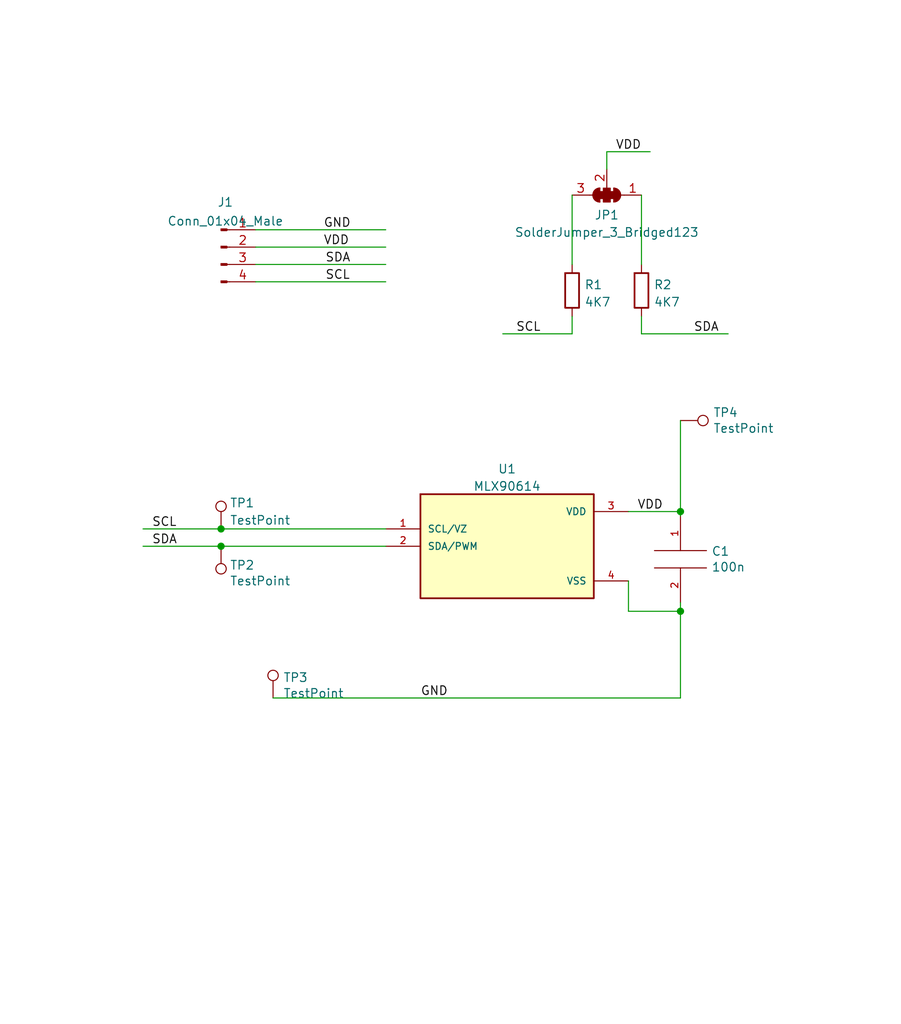
<source format=kicad_sch>
(kicad_sch (version 20211123) (generator eeschema)

  (uuid f144a97d-c3f0-423f-b0a9-3f7dbc42478b)

  (paper "User" 132.004 150.012)

  (title_block
    (title "mlx90614-breakout")
    (date "2023-01-13")
    (rev "1.2")
    (company "Melexis Inc")
  )

  (lib_symbols
    (symbol "90632_speculum_flex-rescue:C-pspice" (pin_names (offset 0.254)) (in_bom yes) (on_board yes)
      (property "Reference" "C" (id 0) (at 2.54 3.81 90)
        (effects (font (size 1.27 1.27)))
      )
      (property "Value" "C-pspice" (id 1) (at 2.54 -3.81 90)
        (effects (font (size 1.27 1.27)))
      )
      (property "Footprint" "" (id 2) (at 0 0 0)
        (effects (font (size 1.27 1.27)) hide)
      )
      (property "Datasheet" "" (id 3) (at 0 0 0)
        (effects (font (size 1.27 1.27)) hide)
      )
      (symbol "C-pspice_0_1"
        (polyline
          (pts
            (xy -3.81 -1.27)
            (xy 3.81 -1.27)
          )
          (stroke (width 0) (type default) (color 0 0 0 0))
          (fill (type none))
        )
        (polyline
          (pts
            (xy -3.81 1.27)
            (xy 3.81 1.27)
          )
          (stroke (width 0) (type default) (color 0 0 0 0))
          (fill (type none))
        )
      )
      (symbol "C-pspice_1_1"
        (pin passive line (at 0 6.35 270) (length 5.08)
          (name "~" (effects (font (size 1.016 1.016))))
          (number "1" (effects (font (size 1.016 1.016))))
        )
        (pin passive line (at 0 -6.35 90) (length 5.08)
          (name "~" (effects (font (size 1.016 1.016))))
          (number "2" (effects (font (size 1.016 1.016))))
        )
      )
    )
    (symbol "90632_speculum_flex-rescue:TestPoint-Connector" (pin_numbers hide) (pin_names (offset 0.762) hide) (in_bom yes) (on_board yes)
      (property "Reference" "TP" (id 0) (at 0 6.858 0)
        (effects (font (size 1.27 1.27)))
      )
      (property "Value" "TestPoint-Connector" (id 1) (at 0 5.08 0)
        (effects (font (size 1.27 1.27)))
      )
      (property "Footprint" "" (id 2) (at 5.08 0 0)
        (effects (font (size 1.27 1.27)) hide)
      )
      (property "Datasheet" "" (id 3) (at 5.08 0 0)
        (effects (font (size 1.27 1.27)) hide)
      )
      (property "ki_fp_filters" "Pin* Test*" (id 4) (at 0 0 0)
        (effects (font (size 1.27 1.27)) hide)
      )
      (symbol "TestPoint-Connector_0_1"
        (circle (center 0 3.302) (radius 0.762)
          (stroke (width 0) (type default) (color 0 0 0 0))
          (fill (type none))
        )
      )
      (symbol "TestPoint-Connector_1_1"
        (pin passive line (at 0 0 90) (length 2.54)
          (name "1" (effects (font (size 1.27 1.27))))
          (number "1" (effects (font (size 1.27 1.27))))
        )
      )
    )
    (symbol "Connector:Conn_01x04_Male" (pin_names (offset 1.016) hide) (in_bom yes) (on_board yes)
      (property "Reference" "J" (id 0) (at 0 5.08 0)
        (effects (font (size 1.27 1.27)))
      )
      (property "Value" "Conn_01x04_Male" (id 1) (at 0 -7.62 0)
        (effects (font (size 1.27 1.27)))
      )
      (property "Footprint" "" (id 2) (at 0 0 0)
        (effects (font (size 1.27 1.27)) hide)
      )
      (property "Datasheet" "~" (id 3) (at 0 0 0)
        (effects (font (size 1.27 1.27)) hide)
      )
      (property "ki_keywords" "connector" (id 4) (at 0 0 0)
        (effects (font (size 1.27 1.27)) hide)
      )
      (property "ki_description" "Generic connector, single row, 01x04, script generated (kicad-library-utils/schlib/autogen/connector/)" (id 5) (at 0 0 0)
        (effects (font (size 1.27 1.27)) hide)
      )
      (property "ki_fp_filters" "Connector*:*_1x??_*" (id 6) (at 0 0 0)
        (effects (font (size 1.27 1.27)) hide)
      )
      (symbol "Conn_01x04_Male_1_1"
        (polyline
          (pts
            (xy 1.27 -5.08)
            (xy 0.8636 -5.08)
          )
          (stroke (width 0.1524) (type default) (color 0 0 0 0))
          (fill (type none))
        )
        (polyline
          (pts
            (xy 1.27 -2.54)
            (xy 0.8636 -2.54)
          )
          (stroke (width 0.1524) (type default) (color 0 0 0 0))
          (fill (type none))
        )
        (polyline
          (pts
            (xy 1.27 0)
            (xy 0.8636 0)
          )
          (stroke (width 0.1524) (type default) (color 0 0 0 0))
          (fill (type none))
        )
        (polyline
          (pts
            (xy 1.27 2.54)
            (xy 0.8636 2.54)
          )
          (stroke (width 0.1524) (type default) (color 0 0 0 0))
          (fill (type none))
        )
        (rectangle (start 0.8636 -4.953) (end 0 -5.207)
          (stroke (width 0.1524) (type default) (color 0 0 0 0))
          (fill (type outline))
        )
        (rectangle (start 0.8636 -2.413) (end 0 -2.667)
          (stroke (width 0.1524) (type default) (color 0 0 0 0))
          (fill (type outline))
        )
        (rectangle (start 0.8636 0.127) (end 0 -0.127)
          (stroke (width 0.1524) (type default) (color 0 0 0 0))
          (fill (type outline))
        )
        (rectangle (start 0.8636 2.667) (end 0 2.413)
          (stroke (width 0.1524) (type default) (color 0 0 0 0))
          (fill (type outline))
        )
        (pin passive line (at 5.08 2.54 180) (length 3.81)
          (name "Pin_1" (effects (font (size 1.27 1.27))))
          (number "1" (effects (font (size 1.27 1.27))))
        )
        (pin passive line (at 5.08 0 180) (length 3.81)
          (name "Pin_2" (effects (font (size 1.27 1.27))))
          (number "2" (effects (font (size 1.27 1.27))))
        )
        (pin passive line (at 5.08 -2.54 180) (length 3.81)
          (name "Pin_3" (effects (font (size 1.27 1.27))))
          (number "3" (effects (font (size 1.27 1.27))))
        )
        (pin passive line (at 5.08 -5.08 180) (length 3.81)
          (name "Pin_4" (effects (font (size 1.27 1.27))))
          (number "4" (effects (font (size 1.27 1.27))))
        )
      )
    )
    (symbol "Device:R" (pin_numbers hide) (pin_names (offset 0)) (in_bom yes) (on_board yes)
      (property "Reference" "R" (id 0) (at 2.032 0 90)
        (effects (font (size 1.27 1.27)))
      )
      (property "Value" "R" (id 1) (at 0 0 90)
        (effects (font (size 1.27 1.27)))
      )
      (property "Footprint" "" (id 2) (at -1.778 0 90)
        (effects (font (size 1.27 1.27)) hide)
      )
      (property "Datasheet" "~" (id 3) (at 0 0 0)
        (effects (font (size 1.27 1.27)) hide)
      )
      (property "ki_keywords" "R res resistor" (id 4) (at 0 0 0)
        (effects (font (size 1.27 1.27)) hide)
      )
      (property "ki_description" "Resistor" (id 5) (at 0 0 0)
        (effects (font (size 1.27 1.27)) hide)
      )
      (property "ki_fp_filters" "R_*" (id 6) (at 0 0 0)
        (effects (font (size 1.27 1.27)) hide)
      )
      (symbol "R_0_1"
        (rectangle (start -1.016 -2.54) (end 1.016 2.54)
          (stroke (width 0.254) (type default) (color 0 0 0 0))
          (fill (type none))
        )
      )
      (symbol "R_1_1"
        (pin passive line (at 0 3.81 270) (length 1.27)
          (name "~" (effects (font (size 1.27 1.27))))
          (number "1" (effects (font (size 1.27 1.27))))
        )
        (pin passive line (at 0 -3.81 90) (length 1.27)
          (name "~" (effects (font (size 1.27 1.27))))
          (number "2" (effects (font (size 1.27 1.27))))
        )
      )
    )
    (symbol "Jumper:SolderJumper_3_Bridged123" (pin_names (offset 0) hide) (in_bom yes) (on_board yes)
      (property "Reference" "JP" (id 0) (at -2.54 -2.54 0)
        (effects (font (size 1.27 1.27)))
      )
      (property "Value" "SolderJumper_3_Bridged123" (id 1) (at 0 2.794 0)
        (effects (font (size 1.27 1.27)))
      )
      (property "Footprint" "" (id 2) (at 0 0 0)
        (effects (font (size 1.27 1.27)) hide)
      )
      (property "Datasheet" "~" (id 3) (at 0 0 0)
        (effects (font (size 1.27 1.27)) hide)
      )
      (property "ki_keywords" "Solder Jumper SPDT" (id 4) (at 0 0 0)
        (effects (font (size 1.27 1.27)) hide)
      )
      (property "ki_description" "Solder Jumper, 3-pole, pins 1+2+3 closed/bridged" (id 5) (at 0 0 0)
        (effects (font (size 1.27 1.27)) hide)
      )
      (property "ki_fp_filters" "SolderJumper*Bridged123*" (id 6) (at 0 0 0)
        (effects (font (size 1.27 1.27)) hide)
      )
      (symbol "SolderJumper_3_Bridged123_0_1"
        (rectangle (start -1.016 0.508) (end -0.508 -0.508)
          (stroke (width 0) (type default) (color 0 0 0 0))
          (fill (type outline))
        )
        (arc (start -1.016 1.016) (mid -2.032 0) (end -1.016 -1.016)
          (stroke (width 0) (type default) (color 0 0 0 0))
          (fill (type none))
        )
        (arc (start -1.016 1.016) (mid -2.032 0) (end -1.016 -1.016)
          (stroke (width 0) (type default) (color 0 0 0 0))
          (fill (type outline))
        )
        (rectangle (start -0.508 1.016) (end 0.508 -1.016)
          (stroke (width 0) (type default) (color 0 0 0 0))
          (fill (type outline))
        )
        (polyline
          (pts
            (xy -2.54 0)
            (xy -2.032 0)
          )
          (stroke (width 0) (type default) (color 0 0 0 0))
          (fill (type none))
        )
        (polyline
          (pts
            (xy -1.016 1.016)
            (xy -1.016 -1.016)
          )
          (stroke (width 0) (type default) (color 0 0 0 0))
          (fill (type none))
        )
        (polyline
          (pts
            (xy 0 -1.27)
            (xy 0 -1.016)
          )
          (stroke (width 0) (type default) (color 0 0 0 0))
          (fill (type none))
        )
        (polyline
          (pts
            (xy 1.016 1.016)
            (xy 1.016 -1.016)
          )
          (stroke (width 0) (type default) (color 0 0 0 0))
          (fill (type none))
        )
        (polyline
          (pts
            (xy 2.54 0)
            (xy 2.032 0)
          )
          (stroke (width 0) (type default) (color 0 0 0 0))
          (fill (type none))
        )
        (rectangle (start 0.508 0.508) (end 1.016 -0.508)
          (stroke (width 0) (type default) (color 0 0 0 0))
          (fill (type outline))
        )
        (arc (start 1.016 -1.016) (mid 2.032 0) (end 1.016 1.016)
          (stroke (width 0) (type default) (color 0 0 0 0))
          (fill (type none))
        )
        (arc (start 1.016 -1.016) (mid 2.032 0) (end 1.016 1.016)
          (stroke (width 0) (type default) (color 0 0 0 0))
          (fill (type outline))
        )
      )
      (symbol "SolderJumper_3_Bridged123_1_1"
        (pin passive line (at -5.08 0 0) (length 2.54)
          (name "A" (effects (font (size 1.27 1.27))))
          (number "1" (effects (font (size 1.27 1.27))))
        )
        (pin passive line (at 0 -3.81 90) (length 2.54)
          (name "C" (effects (font (size 1.27 1.27))))
          (number "2" (effects (font (size 1.27 1.27))))
        )
        (pin passive line (at 5.08 0 180) (length 2.54)
          (name "B" (effects (font (size 1.27 1.27))))
          (number "3" (effects (font (size 1.27 1.27))))
        )
      )
    )
    (symbol "melexis-temperature:MLX90614" (pin_names (offset 1.016)) (in_bom yes) (on_board yes)
      (property "Reference" "U?" (id 0) (at -12.7 8.89 0)
        (effects (font (size 1.27 1.27)) (justify left bottom))
      )
      (property "Value" "MLX90614" (id 1) (at -11.43 -6.35 0)
        (effects (font (size 1.27 1.27)) (justify left bottom))
      )
      (property "Footprint" "melexis-temperature:mlx90614" (id 2) (at -11.43 -12.7 0)
        (effects (font (size 1.27 1.27)) (justify left bottom) hide)
      )
      (property "Datasheet" "https://melexis.com/mlx90614" (id 3) (at -15.24 -10.16 0)
        (effects (font (size 1.27 1.27)) (justify left bottom) hide)
      )
      (property "MANUFACTURER" "Melexis" (id 4) (at -11.43 5.08 0)
        (effects (font (size 1.27 1.27)) (justify left bottom) hide)
      )
      (symbol "MLX90614_0_0"
        (rectangle (start -12.7 -7.62) (end 12.7 7.62)
          (stroke (width 0.254) (type default) (color 0 0 0 0))
          (fill (type background))
        )
        (pin input line (at -17.78 2.54 0) (length 5.08)
          (name "SCL/VZ" (effects (font (size 1.016 1.016))))
          (number "1" (effects (font (size 1.016 1.016))))
        )
        (pin bidirectional line (at -17.78 0 0) (length 5.08)
          (name "SDA/PWM" (effects (font (size 1.016 1.016))))
          (number "2" (effects (font (size 1.016 1.016))))
        )
        (pin power_in line (at 17.78 5.08 180) (length 5.08)
          (name "VDD" (effects (font (size 1.016 1.016))))
          (number "3" (effects (font (size 1.016 1.016))))
        )
        (pin power_in line (at 17.78 -5.08 180) (length 5.08)
          (name "VSS" (effects (font (size 1.016 1.016))))
          (number "4" (effects (font (size 1.016 1.016))))
        )
      )
    )
  )

  (junction (at 32.385 77.47) (diameter 0) (color 0 0 0 0)
    (uuid 0f41a909-27c4-4be2-9d5e-9ae2108c8ff5)
  )
  (junction (at 32.385 80.01) (diameter 0) (color 0 0 0 0)
    (uuid 29d472a1-c0d6-42c9-b2e5-a264b93a7ff1)
  )
  (junction (at 99.695 89.535) (diameter 0) (color 0 0 0 0)
    (uuid 9702d639-3b1f-4825-8985-b32b9008503d)
  )
  (junction (at 99.695 74.93) (diameter 0) (color 0 0 0 0)
    (uuid c61fd9d4-5f38-4cd2-8ccc-af4e69777961)
  )

  (wire (pts (xy 37.465 38.735) (xy 56.515 38.735))
    (stroke (width 0) (type default) (color 0 0 0 0))
    (uuid 10c05ac4-7806-406a-b56c-a9cd10cdf5a0)
  )
  (wire (pts (xy 92.075 74.93) (xy 99.695 74.93))
    (stroke (width 0) (type default) (color 0 0 0 0))
    (uuid 128e34ce-eee7-477d-b905-a493e98db783)
  )
  (wire (pts (xy 83.82 46.355) (xy 83.82 48.895))
    (stroke (width 0) (type default) (color 0 0 0 0))
    (uuid 12ad827c-becf-4b6b-8b98-b0b1ef806a25)
  )
  (wire (pts (xy 32.385 77.47) (xy 20.955 77.47))
    (stroke (width 0) (type default) (color 0 0 0 0))
    (uuid 1b54105e-6590-4d26-a763-ecfcf81eedc4)
  )
  (wire (pts (xy 37.465 41.275) (xy 56.515 41.275))
    (stroke (width 0) (type default) (color 0 0 0 0))
    (uuid 1c286467-bb2c-4ce3-8bc2-ed6165c8edb6)
  )
  (wire (pts (xy 32.385 80.01) (xy 56.515 80.01))
    (stroke (width 0) (type default) (color 0 0 0 0))
    (uuid 2f3deced-880d-4075-a81b-95c62da5b94d)
  )
  (wire (pts (xy 93.98 46.355) (xy 93.98 48.895))
    (stroke (width 0) (type default) (color 0 0 0 0))
    (uuid 330fe442-285a-4ed5-9653-6989bb134293)
  )
  (wire (pts (xy 93.98 48.895) (xy 106.68 48.895))
    (stroke (width 0) (type default) (color 0 0 0 0))
    (uuid 3619e1f2-e1fa-4760-bcb4-cd8806ead911)
  )
  (wire (pts (xy 99.695 74.93) (xy 99.695 75.565))
    (stroke (width 0) (type default) (color 0 0 0 0))
    (uuid 45388dd0-f808-4e8f-a83e-1eb26af992bf)
  )
  (wire (pts (xy 99.695 89.535) (xy 99.695 102.235))
    (stroke (width 0) (type default) (color 0 0 0 0))
    (uuid 4d609e7c-74c9-4ae9-a26d-946ff00c167d)
  )
  (wire (pts (xy 92.075 89.535) (xy 99.695 89.535))
    (stroke (width 0) (type default) (color 0 0 0 0))
    (uuid 507c44af-5dba-468c-900a-0fefe6e3a2a5)
  )
  (wire (pts (xy 32.385 80.01) (xy 20.955 80.01))
    (stroke (width 0) (type default) (color 0 0 0 0))
    (uuid 632acde9-b7fd-4f04-8cb4-d2cbb06b3595)
  )
  (wire (pts (xy 37.465 33.655) (xy 56.515 33.655))
    (stroke (width 0) (type default) (color 0 0 0 0))
    (uuid 754ad783-2c9b-41e4-a253-2053dbb561e3)
  )
  (wire (pts (xy 93.98 28.575) (xy 93.98 38.735))
    (stroke (width 0) (type default) (color 0 0 0 0))
    (uuid 7bb36e0e-e972-46a8-9392-8cfe667962d6)
  )
  (wire (pts (xy 83.82 28.575) (xy 83.82 38.735))
    (stroke (width 0) (type default) (color 0 0 0 0))
    (uuid 7ceeaba1-2971-406f-9454-fe7b208d341c)
  )
  (wire (pts (xy 73.66 48.895) (xy 83.82 48.895))
    (stroke (width 0) (type default) (color 0 0 0 0))
    (uuid 8eeb0399-719a-4d86-b164-afea101ab3dc)
  )
  (wire (pts (xy 99.695 88.265) (xy 99.695 89.535))
    (stroke (width 0) (type default) (color 0 0 0 0))
    (uuid 9bdb223e-5875-423d-8b36-f110bd8a539b)
  )
  (wire (pts (xy 99.695 61.595) (xy 99.695 74.93))
    (stroke (width 0) (type default) (color 0 0 0 0))
    (uuid a06e8e78-f567-42e6-b645-013b1073ca31)
  )
  (wire (pts (xy 32.385 77.47) (xy 56.515 77.47))
    (stroke (width 0) (type default) (color 0 0 0 0))
    (uuid a501555e-bbc7-4b58-ad89-28a0cd3dd6d0)
  )
  (wire (pts (xy 92.075 85.09) (xy 92.075 89.535))
    (stroke (width 0) (type default) (color 0 0 0 0))
    (uuid b3cb7ede-e23d-406f-a0a7-1b9a9670fb45)
  )
  (wire (pts (xy 88.9 24.765) (xy 88.9 22.225))
    (stroke (width 0) (type default) (color 0 0 0 0))
    (uuid c261d935-8330-44fa-ad73-8074feebb68c)
  )
  (wire (pts (xy 40.005 102.235) (xy 99.695 102.235))
    (stroke (width 0) (type default) (color 0 0 0 0))
    (uuid dabe541b-b164-4180-97a4-5ca761b86800)
  )
  (wire (pts (xy 88.9 22.225) (xy 95.25 22.225))
    (stroke (width 0) (type default) (color 0 0 0 0))
    (uuid e48a0f55-e342-41b4-8aff-6ad4354b9e2d)
  )
  (wire (pts (xy 37.465 36.195) (xy 56.515 36.195))
    (stroke (width 0) (type default) (color 0 0 0 0))
    (uuid f4e914be-c810-41d7-a94e-a4db1db21bb0)
  )

  (label "GND" (at 47.371 33.655 0)
    (effects (font (size 1.27 1.27)) (justify left bottom))
    (uuid 0ebee32d-3662-4f4d-a704-8bbfb1bcc675)
  )
  (label "SDA" (at 47.625 38.735 0)
    (effects (font (size 1.27 1.27)) (justify left bottom))
    (uuid 18f35ab7-05b1-4916-bca1-7e693b111a06)
  )
  (label "SDA" (at 22.225 80.01 0)
    (effects (font (size 1.27 1.27)) (justify left bottom))
    (uuid 4412226e-d975-40a2-921f-502ff4129a95)
  )
  (label "SCL" (at 75.565 48.895 0)
    (effects (font (size 1.27 1.27)) (justify left bottom))
    (uuid 47f71879-f002-45f0-ae96-91950292087f)
  )
  (label "SCL" (at 22.225 77.47 0)
    (effects (font (size 1.27 1.27)) (justify left bottom))
    (uuid 4e66a44f-7fa6-4e16-bf9b-62ec864301a5)
  )
  (label "SCL" (at 47.625 41.275 0)
    (effects (font (size 1.27 1.27)) (justify left bottom))
    (uuid 4fd1e628-09a1-4bc9-9f6a-e70c0e86b0dc)
  )
  (label "VDD" (at 93.345 74.93 0)
    (effects (font (size 1.27 1.27)) (justify left bottom))
    (uuid 68e09be7-3bbc-4443-a838-209ce20b2bef)
  )
  (label "GND" (at 61.595 102.235 0)
    (effects (font (size 1.27 1.27)) (justify left bottom))
    (uuid 6b25f522-8e2d-4cd8-9d5d-a2b80f60133b)
  )
  (label "VDD" (at 90.17 22.225 0)
    (effects (font (size 1.27 1.27)) (justify left bottom))
    (uuid 8cdde030-6daa-459c-86aa-4d602feab9d1)
  )
  (label "VDD" (at 47.371 36.195 0)
    (effects (font (size 1.27 1.27)) (justify left bottom))
    (uuid a02eb634-3dd2-4ba0-92b2-fced6e18deee)
  )
  (label "SDA" (at 101.6 48.895 0)
    (effects (font (size 1.27 1.27)) (justify left bottom))
    (uuid d88604de-d8ee-4ef8-a550-a322a7391fd4)
  )

  (symbol (lib_id "90632_speculum_flex-rescue:C-pspice") (at 99.695 81.915 0) (unit 1)
    (in_bom yes) (on_board yes)
    (uuid 00000000-0000-0000-0000-00005ee38154)
    (property "Reference" "C1" (id 0) (at 104.2162 80.7466 0)
      (effects (font (size 1.27 1.27)) (justify left))
    )
    (property "Value" "100n" (id 1) (at 104.2162 83.058 0)
      (effects (font (size 1.27 1.27)) (justify left))
    )
    (property "Footprint" "Capacitor_SMD:C_0805_2012Metric" (id 2) (at 99.695 81.915 0)
      (effects (font (size 1.27 1.27)) hide)
    )
    (property "Datasheet" "~" (id 3) (at 99.695 81.915 0)
      (effects (font (size 1.27 1.27)) hide)
    )
    (pin "1" (uuid ef8fe2ac-6a7f-4682-9418-b801a1b10a3b))
    (pin "2" (uuid 44d8279a-9cd1-4db6-856f-0363131605fc))
  )

  (symbol (lib_id "90632_speculum_flex-rescue:TestPoint-Connector") (at 32.385 80.01 180) (unit 1)
    (in_bom yes) (on_board yes)
    (uuid 00000000-0000-0000-0000-00005ee38160)
    (property "Reference" "TP2" (id 0) (at 33.655 82.7786 0)
      (effects (font (size 1.27 1.27)) (justify right))
    )
    (property "Value" "TestPoint" (id 1) (at 33.655 85.09 0)
      (effects (font (size 1.27 1.27)) (justify right))
    )
    (property "Footprint" "TestPoint:TestPoint_Pad_1.0x1.0mm" (id 2) (at 27.305 80.01 0)
      (effects (font (size 1.27 1.27)) hide)
    )
    (property "Datasheet" "~" (id 3) (at 27.305 80.01 0)
      (effects (font (size 1.27 1.27)) hide)
    )
    (pin "1" (uuid 87371631-aa02-498a-998a-09bdb74784c1))
  )

  (symbol (lib_id "90632_speculum_flex-rescue:TestPoint-Connector") (at 32.385 77.47 0) (unit 1)
    (in_bom yes) (on_board yes)
    (uuid 00000000-0000-0000-0000-00005ee38167)
    (property "Reference" "TP1" (id 0) (at 33.655 73.66 0)
      (effects (font (size 1.27 1.27)) (justify left))
    )
    (property "Value" "TestPoint" (id 1) (at 33.655 76.2 0)
      (effects (font (size 1.27 1.27)) (justify left))
    )
    (property "Footprint" "TestPoint:TestPoint_Pad_1.0x1.0mm" (id 2) (at 37.465 77.47 0)
      (effects (font (size 1.27 1.27)) hide)
    )
    (property "Datasheet" "~" (id 3) (at 37.465 77.47 0)
      (effects (font (size 1.27 1.27)) hide)
    )
    (pin "1" (uuid a3e4f0ae-9f86-49e9-b386-ed8b42e012fb))
  )

  (symbol (lib_id "90632_speculum_flex-rescue:TestPoint-Connector") (at 40.005 102.235 0) (unit 1)
    (in_bom yes) (on_board yes)
    (uuid 00000000-0000-0000-0000-00005ee3816e)
    (property "Reference" "TP3" (id 0) (at 41.4782 99.2378 0)
      (effects (font (size 1.27 1.27)) (justify left))
    )
    (property "Value" "TestPoint" (id 1) (at 41.4782 101.5492 0)
      (effects (font (size 1.27 1.27)) (justify left))
    )
    (property "Footprint" "TestPoint:TestPoint_Pad_1.0x1.0mm" (id 2) (at 45.085 102.235 0)
      (effects (font (size 1.27 1.27)) hide)
    )
    (property "Datasheet" "~" (id 3) (at 45.085 102.235 0)
      (effects (font (size 1.27 1.27)) hide)
    )
    (pin "1" (uuid 6c9b793c-e74d-4754-a2c0-901e73b26f1c))
  )

  (symbol (lib_id "90632_speculum_flex-rescue:TestPoint-Connector") (at 99.695 61.595 270) (unit 1)
    (in_bom yes) (on_board yes)
    (uuid 00000000-0000-0000-0000-00005ee381bd)
    (property "Reference" "TP4" (id 0) (at 104.4702 60.4266 90)
      (effects (font (size 1.27 1.27)) (justify left))
    )
    (property "Value" "TestPoint" (id 1) (at 104.4702 62.738 90)
      (effects (font (size 1.27 1.27)) (justify left))
    )
    (property "Footprint" "TestPoint:TestPoint_Pad_1.0x1.0mm" (id 2) (at 99.695 66.675 0)
      (effects (font (size 1.27 1.27)) hide)
    )
    (property "Datasheet" "~" (id 3) (at 99.695 66.675 0)
      (effects (font (size 1.27 1.27)) hide)
    )
    (pin "1" (uuid 48ab88d7-7084-4d02-b109-3ad55a30bb11))
  )

  (symbol (lib_id "Connector:Conn_01x04_Male") (at 32.385 36.195 0) (unit 1)
    (in_bom yes) (on_board yes) (fields_autoplaced)
    (uuid 020fb5f8-7154-449f-9427-c21c224740aa)
    (property "Reference" "J1" (id 0) (at 33.02 29.6123 0))
    (property "Value" "Conn_01x04_Male" (id 1) (at 33.02 32.3874 0))
    (property "Footprint" "melexis-temperature:QWIIC_STEMMA_QT" (id 2) (at 32.385 36.195 0)
      (effects (font (size 1.27 1.27)) hide)
    )
    (property "Datasheet" "~" (id 3) (at 32.385 36.195 0)
      (effects (font (size 1.27 1.27)) hide)
    )
    (pin "1" (uuid dfba55d2-f8dc-436a-b94f-b36d464fd23a))
    (pin "2" (uuid c631e5fc-7d8b-4e95-a9d7-2a35f6494f59))
    (pin "3" (uuid 0fab4f44-50b7-47e8-8e41-d5c3aef59701))
    (pin "4" (uuid 996f47d1-fc15-47e8-9c90-0ae6699ccbc6))
  )

  (symbol (lib_id "melexis-temperature:MLX90614") (at 74.295 80.01 0) (unit 1)
    (in_bom yes) (on_board yes) (fields_autoplaced)
    (uuid 147a3896-9e08-472d-bcfb-824754c07708)
    (property "Reference" "U1" (id 0) (at 74.295 68.6902 0))
    (property "Value" "MLX90614" (id 1) (at 74.295 71.2271 0))
    (property "Footprint" "melexis-temperature:mlx90614" (id 2) (at 62.865 92.71 0)
      (effects (font (size 1.27 1.27)) (justify left bottom) hide)
    )
    (property "Datasheet" "https://melexis.com/mlx90614" (id 3) (at 59.055 90.17 0)
      (effects (font (size 1.27 1.27)) (justify left bottom) hide)
    )
    (property "MANUFACTURER" "Melexis" (id 4) (at 62.865 74.93 0)
      (effects (font (size 1.27 1.27)) (justify left bottom) hide)
    )
    (pin "1" (uuid fab9bc4e-7b9a-4228-94aa-f2f42ed3ec44))
    (pin "2" (uuid de8c3946-2a9d-45c9-9736-31a018540ac4))
    (pin "3" (uuid d456b252-cc27-486d-8082-95e4d627d3ad))
    (pin "4" (uuid 5545f516-2f1c-46b7-83e7-91671e7da87a))
  )

  (symbol (lib_id "Jumper:SolderJumper_3_Bridged123") (at 88.9 28.575 180) (unit 1)
    (in_bom yes) (on_board yes) (fields_autoplaced)
    (uuid 5f3281aa-90f2-4ad4-8657-a16f4e0e58ed)
    (property "Reference" "JP1" (id 0) (at 88.9 31.4944 0))
    (property "Value" "SolderJumper_3_Bridged123" (id 1) (at 88.9 34.0313 0))
    (property "Footprint" "Jumper:SolderJumper-3_P1.3mm_Bridged12_RoundedPad1.0x1.5mm_NumberLabels" (id 2) (at 88.9 28.575 0)
      (effects (font (size 1.27 1.27)) hide)
    )
    (property "Datasheet" "~" (id 3) (at 88.9 28.575 0)
      (effects (font (size 1.27 1.27)) hide)
    )
    (pin "1" (uuid aaee9eb4-0396-419f-9c95-03fcaac30d30))
    (pin "2" (uuid 25253ff2-1f57-4a1d-bee3-16ad2c2d70b4))
    (pin "3" (uuid e811acd5-3126-46d4-934b-cf9b1f25f9b6))
  )

  (symbol (lib_id "Device:R") (at 93.98 42.545 0) (unit 1)
    (in_bom yes) (on_board yes) (fields_autoplaced)
    (uuid 703424ab-e58f-43a8-a715-062d84faadc9)
    (property "Reference" "R2" (id 0) (at 95.758 41.7103 0)
      (effects (font (size 1.27 1.27)) (justify left))
    )
    (property "Value" "4K7" (id 1) (at 95.758 44.2472 0)
      (effects (font (size 1.27 1.27)) (justify left))
    )
    (property "Footprint" "Resistor_SMD:R_0805_2012Metric" (id 2) (at 92.202 42.545 90)
      (effects (font (size 1.27 1.27)) hide)
    )
    (property "Datasheet" "~" (id 3) (at 93.98 42.545 0)
      (effects (font (size 1.27 1.27)) hide)
    )
    (pin "1" (uuid 90217d49-7e0a-4b35-831f-df834ae4bad9))
    (pin "2" (uuid 83ad0258-0f8f-4bfb-aa4b-93c3440f9926))
  )

  (symbol (lib_id "Device:R") (at 83.82 42.545 0) (unit 1)
    (in_bom yes) (on_board yes) (fields_autoplaced)
    (uuid ecbf60c2-96f9-428f-bb38-b232f6ce50cc)
    (property "Reference" "R1" (id 0) (at 85.598 41.7103 0)
      (effects (font (size 1.27 1.27)) (justify left))
    )
    (property "Value" "4K7" (id 1) (at 85.598 44.2472 0)
      (effects (font (size 1.27 1.27)) (justify left))
    )
    (property "Footprint" "Resistor_SMD:R_0805_2012Metric" (id 2) (at 82.042 42.545 90)
      (effects (font (size 1.27 1.27)) hide)
    )
    (property "Datasheet" "~" (id 3) (at 83.82 42.545 0)
      (effects (font (size 1.27 1.27)) hide)
    )
    (pin "1" (uuid 06c71af2-2c00-430b-8cf4-3064dd7c30a3))
    (pin "2" (uuid 7a30ec62-b470-422e-8083-6ed290e2815a))
  )

  (sheet_instances
    (path "/" (page "1"))
  )

  (symbol_instances
    (path "/00000000-0000-0000-0000-00005ee38154"
      (reference "C1") (unit 1) (value "100n") (footprint "Capacitor_SMD:C_0805_2012Metric")
    )
    (path "/020fb5f8-7154-449f-9427-c21c224740aa"
      (reference "J1") (unit 1) (value "Conn_01x04_Male") (footprint "melexis-temperature:QWIIC_STEMMA_QT")
    )
    (path "/5f3281aa-90f2-4ad4-8657-a16f4e0e58ed"
      (reference "JP1") (unit 1) (value "SolderJumper_3_Bridged123") (footprint "Jumper:SolderJumper-3_P1.3mm_Bridged12_RoundedPad1.0x1.5mm_NumberLabels")
    )
    (path "/ecbf60c2-96f9-428f-bb38-b232f6ce50cc"
      (reference "R1") (unit 1) (value "4K7") (footprint "Resistor_SMD:R_0805_2012Metric")
    )
    (path "/703424ab-e58f-43a8-a715-062d84faadc9"
      (reference "R2") (unit 1) (value "4K7") (footprint "Resistor_SMD:R_0805_2012Metric")
    )
    (path "/00000000-0000-0000-0000-00005ee38167"
      (reference "TP1") (unit 1) (value "TestPoint") (footprint "TestPoint:TestPoint_Pad_1.0x1.0mm")
    )
    (path "/00000000-0000-0000-0000-00005ee38160"
      (reference "TP2") (unit 1) (value "TestPoint") (footprint "TestPoint:TestPoint_Pad_1.0x1.0mm")
    )
    (path "/00000000-0000-0000-0000-00005ee3816e"
      (reference "TP3") (unit 1) (value "TestPoint") (footprint "TestPoint:TestPoint_Pad_1.0x1.0mm")
    )
    (path "/00000000-0000-0000-0000-00005ee381bd"
      (reference "TP4") (unit 1) (value "TestPoint") (footprint "TestPoint:TestPoint_Pad_1.0x1.0mm")
    )
    (path "/147a3896-9e08-472d-bcfb-824754c07708"
      (reference "U1") (unit 1) (value "MLX90614") (footprint "melexis-temperature:mlx90614")
    )
  )
)

</source>
